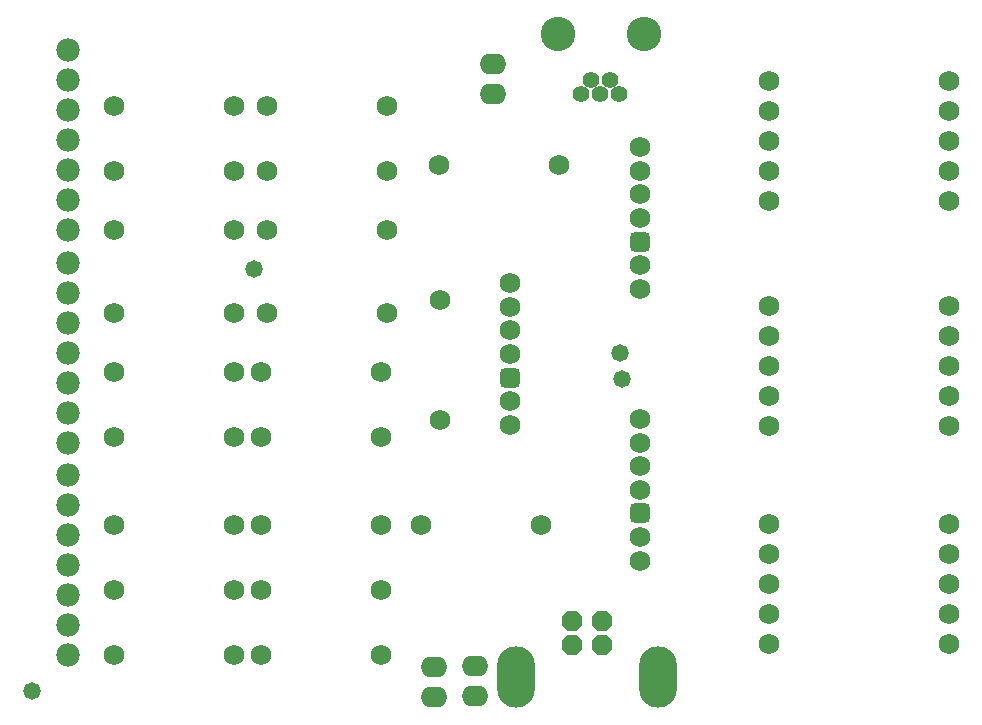
<source format=gbs>
G04 Layer_Color=8150272*
%FSLAX24Y24*%
%MOIN*%
G70*
G01*
G75*
G04:AMPARAMS|DCode=23|XSize=68mil|YSize=68mil|CornerRadius=19mil|HoleSize=0mil|Usage=FLASHONLY|Rotation=90.000|XOffset=0mil|YOffset=0mil|HoleType=Round|Shape=RoundedRectangle|*
%AMROUNDEDRECTD23*
21,1,0.0680,0.0300,0,0,90.0*
21,1,0.0300,0.0680,0,0,90.0*
1,1,0.0380,0.0150,0.0150*
1,1,0.0380,0.0150,-0.0150*
1,1,0.0380,-0.0150,-0.0150*
1,1,0.0380,-0.0150,0.0150*
%
%ADD23ROUNDEDRECTD23*%
%ADD24C,0.0680*%
%ADD25C,0.0780*%
%ADD26O,0.0880X0.0680*%
%ADD27C,0.1150*%
%ADD28C,0.0552*%
%ADD29P,0.0726X8X22.5*%
%ADD30O,0.1261X0.2049*%
%ADD31C,0.0580*%
D23*
X33071Y21260D02*
D03*
X37402Y25787D02*
D03*
Y16732D02*
D03*
D24*
X33071Y22047D02*
D03*
Y22835D02*
D03*
Y20472D02*
D03*
Y23622D02*
D03*
Y19685D02*
D03*
Y24409D02*
D03*
X23850Y30315D02*
D03*
X19850D02*
D03*
X23850Y28150D02*
D03*
X19850D02*
D03*
X23850Y26181D02*
D03*
X19850D02*
D03*
X23850Y23425D02*
D03*
X19850D02*
D03*
X23850Y21457D02*
D03*
X19850D02*
D03*
X23850Y19291D02*
D03*
X19850D02*
D03*
X23850Y16339D02*
D03*
X19850D02*
D03*
X23850Y14173D02*
D03*
X19850D02*
D03*
X23850Y12008D02*
D03*
X19850D02*
D03*
X28969Y30315D02*
D03*
X24969D02*
D03*
X28969Y28150D02*
D03*
X24969D02*
D03*
X28969Y26181D02*
D03*
X24969D02*
D03*
X28969Y23425D02*
D03*
X24969D02*
D03*
X28772Y21457D02*
D03*
X24772D02*
D03*
X28772Y19291D02*
D03*
X24772D02*
D03*
X28772Y16339D02*
D03*
X24772D02*
D03*
X28772Y14173D02*
D03*
X24772D02*
D03*
X28772Y12008D02*
D03*
X24772D02*
D03*
X34677Y28346D02*
D03*
X30677D02*
D03*
X34087Y16339D02*
D03*
X30087D02*
D03*
X30709Y23850D02*
D03*
Y19850D02*
D03*
X47685Y23654D02*
D03*
Y22654D02*
D03*
Y21654D02*
D03*
Y20654D02*
D03*
Y19654D02*
D03*
X41685Y23654D02*
D03*
Y22654D02*
D03*
Y21654D02*
D03*
Y20654D02*
D03*
Y19654D02*
D03*
X47685Y31134D02*
D03*
Y30134D02*
D03*
Y29134D02*
D03*
Y28134D02*
D03*
Y27134D02*
D03*
X41685Y31134D02*
D03*
Y30134D02*
D03*
Y29134D02*
D03*
Y28134D02*
D03*
Y27134D02*
D03*
X37402Y26575D02*
D03*
Y27362D02*
D03*
Y25000D02*
D03*
Y28150D02*
D03*
Y24213D02*
D03*
Y28937D02*
D03*
X47685Y16370D02*
D03*
Y15370D02*
D03*
Y14370D02*
D03*
Y13370D02*
D03*
Y12370D02*
D03*
X41685Y16370D02*
D03*
Y15370D02*
D03*
Y14370D02*
D03*
Y13370D02*
D03*
Y12370D02*
D03*
X37402Y17520D02*
D03*
Y18307D02*
D03*
Y15945D02*
D03*
Y19094D02*
D03*
Y15157D02*
D03*
Y19882D02*
D03*
D25*
X18307Y16008D02*
D03*
Y14008D02*
D03*
Y13008D02*
D03*
Y12008D02*
D03*
Y15008D02*
D03*
Y17008D02*
D03*
Y18008D02*
D03*
Y23094D02*
D03*
Y21094D02*
D03*
Y20094D02*
D03*
Y19094D02*
D03*
Y22094D02*
D03*
Y24094D02*
D03*
Y25094D02*
D03*
Y30181D02*
D03*
Y28181D02*
D03*
Y27181D02*
D03*
Y26181D02*
D03*
Y29181D02*
D03*
Y31181D02*
D03*
Y32181D02*
D03*
D26*
X32480Y31709D02*
D03*
Y30709D02*
D03*
X30512Y10614D02*
D03*
Y11614D02*
D03*
X31890Y11630D02*
D03*
Y10630D02*
D03*
D27*
X37520Y32697D02*
D03*
X34646D02*
D03*
D28*
X36693Y30709D02*
D03*
X36378Y31181D02*
D03*
X36063Y30709D02*
D03*
X35748Y31181D02*
D03*
X35433Y30709D02*
D03*
D29*
X35138Y12344D02*
D03*
Y13132D02*
D03*
X36122D02*
D03*
Y12344D02*
D03*
D30*
X38000Y11278D02*
D03*
X33260D02*
D03*
D31*
X17126Y10827D02*
D03*
X24510Y24890D02*
D03*
X36720Y22070D02*
D03*
X36790Y21200D02*
D03*
M02*

</source>
